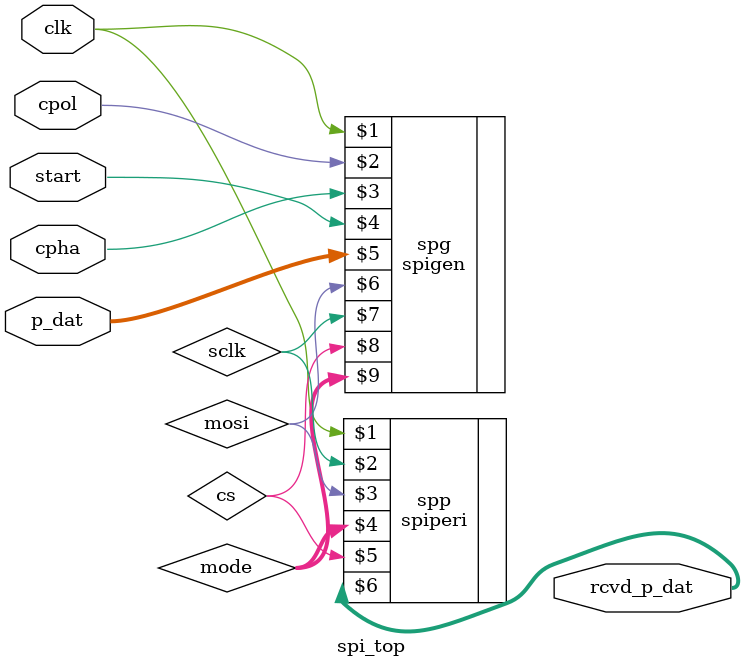
<source format=v>
`timescale 1ns / 1ps


module spi_top(clk, cpol, cpha, start, p_dat, rcvd_p_dat);
    input clk, cpol, cpha, start;
    input [7:0]p_dat;
    output [7:0]rcvd_p_dat;

    wire mosi, sclk, cs;
    wire [1:0]mode;
    
    spigen spg(clk, cpol, cpha, start, p_dat, mosi, sclk, cs, mode);
    spiperi spp(clk, sclk, mosi, mode, cs, rcvd_p_dat);
endmodule

</source>
